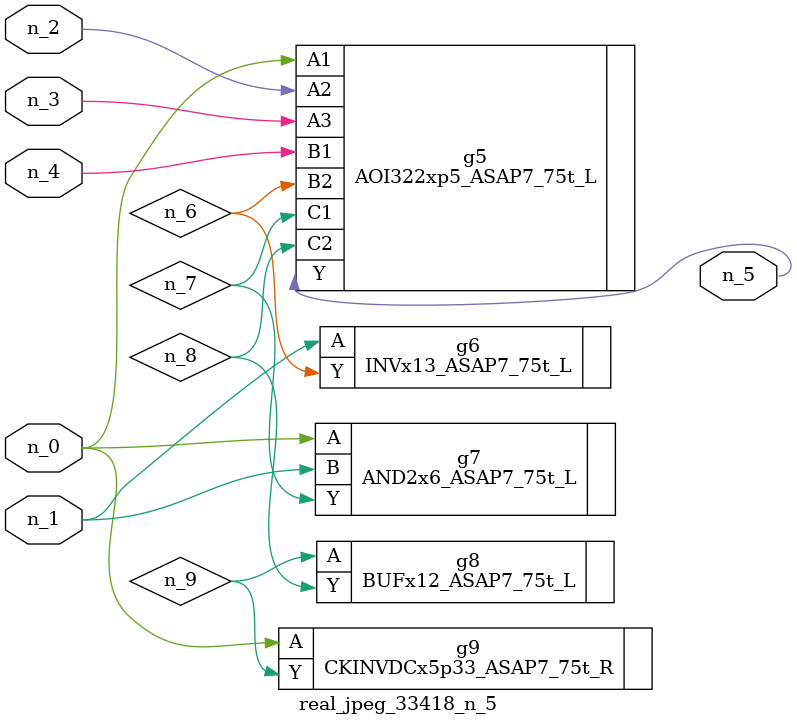
<source format=v>
module real_jpeg_33418_n_5 (n_4, n_0, n_1, n_2, n_3, n_5);

input n_4;
input n_0;
input n_1;
input n_2;
input n_3;

output n_5;

wire n_8;
wire n_6;
wire n_7;
wire n_9;

AOI322xp5_ASAP7_75t_L g5 ( 
.A1(n_0),
.A2(n_2),
.A3(n_3),
.B1(n_4),
.B2(n_6),
.C1(n_7),
.C2(n_8),
.Y(n_5)
);

AND2x6_ASAP7_75t_L g7 ( 
.A(n_0),
.B(n_1),
.Y(n_7)
);

CKINVDCx5p33_ASAP7_75t_R g9 ( 
.A(n_0),
.Y(n_9)
);

INVx13_ASAP7_75t_L g6 ( 
.A(n_1),
.Y(n_6)
);

BUFx12_ASAP7_75t_L g8 ( 
.A(n_9),
.Y(n_8)
);


endmodule
</source>
